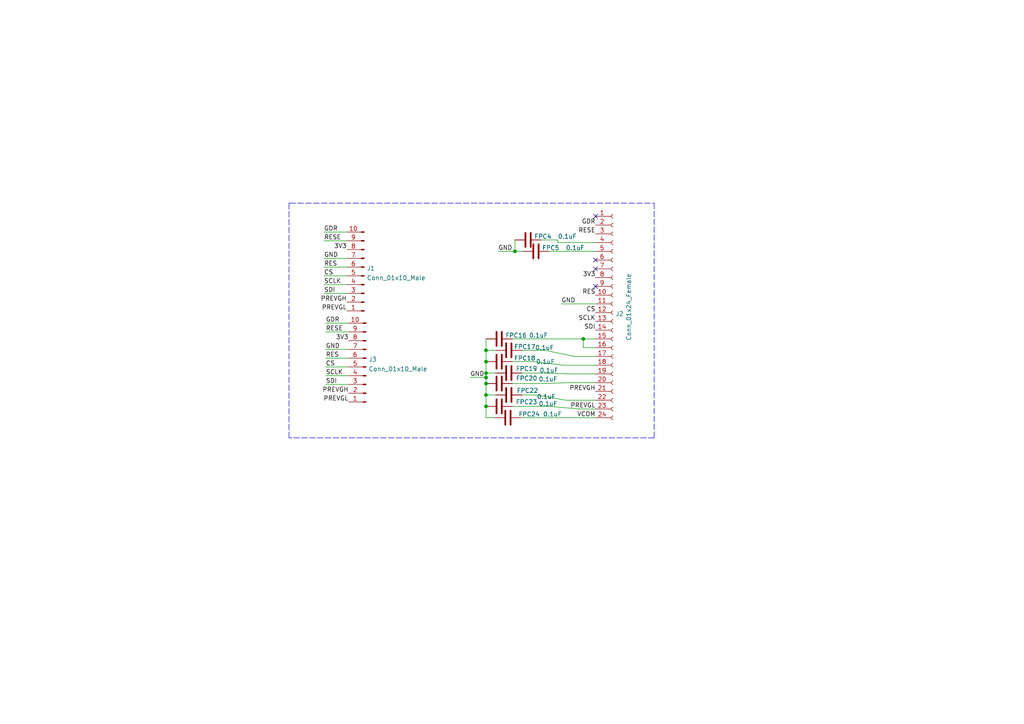
<source format=kicad_sch>
(kicad_sch (version 20211123) (generator eeschema)
  (paper "A4")
  (lib_symbols
    (symbol "Connector:Conn_01x10_Male" (pin_names (offset 1.016) hide)
      (property "Reference" "J" (at 0 12.7 0))
      (property "Value" "Conn_01x10_Male" (at 0 -15.24 0))
      (symbol "Conn_01x10_Male_1_1"
        (polyline (pts (xy 1.27 -12.7) (xy 0.8636 -12.7)) (stroke (width 0.1524)))
        (polyline (pts (xy 1.27 -10.16) (xy 0.8636 -10.16)) (stroke (width 0.1524)))
        (polyline (pts (xy 1.27 -7.62) (xy 0.8636 -7.62)) (stroke (width 0.1524)))
        (polyline (pts (xy 1.27 -5.08) (xy 0.8636 -5.08)) (stroke (width 0.1524)))
        (polyline (pts (xy 1.27 -2.54) (xy 0.8636 -2.54)) (stroke (width 0.1524)))
        (polyline (pts (xy 1.27 0) (xy 0.8636 0)) (stroke (width 0.1524)))
        (polyline (pts (xy 1.27 2.54) (xy 0.8636 2.54)) (stroke (width 0.1524)))
        (polyline (pts (xy 1.27 5.08) (xy 0.8636 5.08)) (stroke (width 0.1524)))
        (polyline (pts (xy 1.27 7.62) (xy 0.8636 7.62)) (stroke (width 0.1524)))
        (polyline (pts (xy 1.27 10.16) (xy 0.8636 10.16)) (stroke (width 0.1524)))
        (rectangle (start 0.8636 -12.573) (end 0 -12.827) (stroke (width 0.1524)) (fill (type outline)))
        (rectangle (start 0.8636 -10.033) (end 0 -10.287) (stroke (width 0.1524)) (fill (type outline)))
        (rectangle (start 0.8636 -7.493) (end 0 -7.747) (stroke (width 0.1524)) (fill (type outline)))
        (rectangle (start 0.8636 -4.953) (end 0 -5.207) (stroke (width 0.1524)) (fill (type outline)))
        (rectangle (start 0.8636 -2.413) (end 0 -2.667) (stroke (width 0.1524)) (fill (type outline)))
        (rectangle (start 0.8636 0.127) (end 0 -0.127) (stroke (width 0.1524)) (fill (type outline)))
        (rectangle (start 0.8636 2.667) (end 0 2.413) (stroke (width 0.1524)) (fill (type outline)))
        (rectangle (start 0.8636 5.207) (end 0 4.953) (stroke (width 0.1524)) (fill (type outline)))
        (rectangle (start 0.8636 7.747) (end 0 7.493) (stroke (width 0.1524)) (fill (type outline)))
        (rectangle (start 0.8636 10.287) (end 0 10.033) (stroke (width 0.1524)) (fill (type outline)))
        (pin passive line (at 5.08 10.16 180) (length 3.81) (name "Pin_1") (number "1"))
        (pin passive line (at 5.08 -12.7 180) (length 3.81) (name "Pin_10") (number "10"))
        (pin passive line (at 5.08 7.62 180) (length 3.81) (name "Pin_2") (number "2"))
        (pin passive line (at 5.08 5.08 180) (length 3.81) (name "Pin_3") (number "3"))
        (pin passive line (at 5.08 2.54 180) (length 3.81) (name "Pin_4") (number "4"))
        (pin passive line (at 5.08 0 180) (length 3.81) (name "Pin_5") (number "5"))
        (pin passive line (at 5.08 -2.54 180) (length 3.81) (name "Pin_6") (number "6"))
        (pin passive line (at 5.08 -5.08 180) (length 3.81) (name "Pin_7") (number "7"))
        (pin passive line (at 5.08 -7.62 180) (length 3.81) (name "Pin_8") (number "8"))
        (pin passive line (at 5.08 -10.16 180) (length 3.81) (name "Pin_9") (number "9"))
      )
    )
    (symbol "Connector:Conn_01x24_Female" (pin_names (offset 1.016) hide)
      (property "Reference" "J" (at 0 30.48 0))
      (property "Value" "Conn_01x24_Female" (at 0 -33.02 0))
      (symbol "Conn_01x24_Female_1_1"
        (arc (start 0 -29.972) (mid -0.508 -30.48) (end 0 -30.988) (stroke (width 0.1524)))
        (arc (start 0 -27.432) (mid -0.508 -27.94) (end 0 -28.448) (stroke (width 0.1524)))
        (arc (start 0 -24.892) (mid -0.508 -25.4) (end 0 -25.908) (stroke (width 0.1524)))
        (arc (start 0 -22.352) (mid -0.508 -22.86) (end 0 -23.368) (stroke (width 0.1524)))
        (arc (start 0 -19.812) (mid -0.508 -20.32) (end 0 -20.828) (stroke (width 0.1524)))
        (arc (start 0 -17.272) (mid -0.508 -17.78) (end 0 -18.288) (stroke (width 0.1524)))
        (arc (start 0 -14.732) (mid -0.508 -15.24) (end 0 -15.748) (stroke (width 0.1524)))
        (arc (start 0 -12.192) (mid -0.508 -12.7) (end 0 -13.208) (stroke (width 0.1524)))
        (arc (start 0 -9.652) (mid -0.508 -10.16) (end 0 -10.668) (stroke (width 0.1524)))
        (arc (start 0 -7.112) (mid -0.508 -7.62) (end 0 -8.128) (stroke (width 0.1524)))
        (arc (start 0 -4.572) (mid -0.508 -5.08) (end 0 -5.588) (stroke (width 0.1524)))
        (arc (start 0 -2.032) (mid -0.508 -2.54) (end 0 -3.048) (stroke (width 0.1524)))
        (polyline (pts (xy -1.27 -30.48) (xy -0.508 -30.48)) (stroke (width 0.1524)))
        (polyline (pts (xy -1.27 -27.94) (xy -0.508 -27.94)) (stroke (width 0.1524)))
        (polyline (pts (xy -1.27 -25.4) (xy -0.508 -25.4)) (stroke (width 0.1524)))
        (polyline (pts (xy -1.27 -22.86) (xy -0.508 -22.86)) (stroke (width 0.1524)))
        (polyline (pts (xy -1.27 -20.32) (xy -0.508 -20.32)) (stroke (width 0.1524)))
        (polyline (pts (xy -1.27 -17.78) (xy -0.508 -17.78)) (stroke (width 0.1524)))
        (polyline (pts (xy -1.27 -15.24) (xy -0.508 -15.24)) (stroke (width 0.1524)))
        (polyline (pts (xy -1.27 -12.7) (xy -0.508 -12.7)) (stroke (width 0.1524)))
        (polyline (pts (xy -1.27 -10.16) (xy -0.508 -10.16)) (stroke (width 0.1524)))
        (polyline (pts (xy -1.27 -7.62) (xy -0.508 -7.62)) (stroke (width 0.1524)))
        (polyline (pts (xy -1.27 -5.08) (xy -0.508 -5.08)) (stroke (width 0.1524)))
        (polyline (pts (xy -1.27 -2.54) (xy -0.508 -2.54)) (stroke (width 0.1524)))
        (polyline (pts (xy -1.27 0) (xy -0.508 0)) (stroke (width 0.1524)))
        (polyline (pts (xy -1.27 2.54) (xy -0.508 2.54)) (stroke (width 0.1524)))
        (polyline (pts (xy -1.27 5.08) (xy -0.508 5.08)) (stroke (width 0.1524)))
        (polyline (pts (xy -1.27 7.62) (xy -0.508 7.62)) (stroke (width 0.1524)))
        (polyline (pts (xy -1.27 10.16) (xy -0.508 10.16)) (stroke (width 0.1524)))
        (polyline (pts (xy -1.27 12.7) (xy -0.508 12.7)) (stroke (width 0.1524)))
        (polyline (pts (xy -1.27 15.24) (xy -0.508 15.24)) (stroke (width 0.1524)))
        (polyline (pts (xy -1.27 17.78) (xy -0.508 17.78)) (stroke (width 0.1524)))
        (polyline (pts (xy -1.27 20.32) (xy -0.508 20.32)) (stroke (width 0.1524)))
        (polyline (pts (xy -1.27 22.86) (xy -0.508 22.86)) (stroke (width 0.1524)))
        (polyline (pts (xy -1.27 25.4) (xy -0.508 25.4)) (stroke (width 0.1524)))
        (polyline (pts (xy -1.27 27.94) (xy -0.508 27.94)) (stroke (width 0.1524)))
        (arc (start 0 0.508) (mid -0.508 0) (end 0 -0.508) (stroke (width 0.1524)))
        (arc (start 0 3.048) (mid -0.508 2.54) (end 0 2.032) (stroke (width 0.1524)))
        (arc (start 0 5.588) (mid -0.508 5.08) (end 0 4.572) (stroke (width 0.1524)))
        (arc (start 0 8.128) (mid -0.508 7.62) (end 0 7.112) (stroke (width 0.1524)))
        (arc (start 0 10.668) (mid -0.508 10.16) (end 0 9.652) (stroke (width 0.1524)))
        (arc (start 0 13.208) (mid -0.508 12.7) (end 0 12.192) (stroke (width 0.1524)))
        (arc (start 0 15.748) (mid -0.508 15.24) (end 0 14.732) (stroke (width 0.1524)))
        (arc (start 0 18.288) (mid -0.508 17.78) (end 0 17.272) (stroke (width 0.1524)))
        (arc (start 0 20.828) (mid -0.508 20.32) (end 0 19.812) (stroke (width 0.1524)))
        (arc (start 0 23.368) (mid -0.508 22.86) (end 0 22.352) (stroke (width 0.1524)))
        (arc (start 0 25.908) (mid -0.508 25.4) (end 0 24.892) (stroke (width 0.1524)))
        (arc (start 0 28.448) (mid -0.508 27.94) (end 0 27.432) (stroke (width 0.1524)))
        (pin passive line (at -5.08 27.94 0) (length 3.81) (name "Pin_1") (number "1"))
        (pin passive line (at -5.08 5.08 0) (length 3.81) (name "Pin_10") (number "10"))
        (pin passive line (at -5.08 2.54 0) (length 3.81) (name "Pin_11") (number "11"))
        (pin passive line (at -5.08 0 0) (length 3.81) (name "Pin_12") (number "12"))
        (pin passive line (at -5.08 -2.54 0) (length 3.81) (name "Pin_13") (number "13"))
        (pin passive line (at -5.08 -5.08 0) (length 3.81) (name "Pin_14") (number "14"))
        (pin passive line (at -5.08 -7.62 0) (length 3.81) (name "Pin_15") (number "15"))
        (pin passive line (at -5.08 -10.16 0) (length 3.81) (name "Pin_16") (number "16"))
        (pin passive line (at -5.08 -12.7 0) (length 3.81) (name "Pin_17") (number "17"))
        (pin passive line (at -5.08 -15.24 0) (length 3.81) (name "Pin_18") (number "18"))
        (pin passive line (at -5.08 -17.78 0) (length 3.81) (name "Pin_19") (number "19"))
        (pin passive line (at -5.08 25.4 0) (length 3.81) (name "Pin_2") (number "2"))
        (pin passive line (at -5.08 -20.32 0) (length 3.81) (name "Pin_20") (number "20"))
        (pin passive line (at -5.08 -22.86 0) (length 3.81) (name "Pin_21") (number "21"))
        (pin passive line (at -5.08 -25.4 0) (length 3.81) (name "Pin_22") (number "22"))
        (pin passive line (at -5.08 -27.94 0) (length 3.81) (name "Pin_23") (number "23"))
        (pin passive line (at -5.08 -30.48 0) (length 3.81) (name "Pin_24") (number "24"))
        (pin passive line (at -5.08 22.86 0) (length 3.81) (name "Pin_3") (number "3"))
        (pin passive line (at -5.08 20.32 0) (length 3.81) (name "Pin_4") (number "4"))
        (pin passive line (at -5.08 17.78 0) (length 3.81) (name "Pin_5") (number "5"))
        (pin passive line (at -5.08 15.24 0) (length 3.81) (name "Pin_6") (number "6"))
        (pin passive line (at -5.08 12.7 0) (length 3.81) (name "Pin_7") (number "7"))
        (pin passive line (at -5.08 10.16 0) (length 3.81) (name "Pin_8") (number "8"))
        (pin passive line (at -5.08 7.62 0) (length 3.81) (name "Pin_9") (number "9"))
      )
    )
    (symbol "Device:C" (pin_numbers hide) (pin_names (offset 0.254))
      (property "Reference" "C" (at 0.635 2.54 0))
      (property "Value" "C" (at 0.635 -2.54 0))
      (symbol "C_0_1"
        (polyline (pts (xy -2.032 -0.762) (xy 2.032 -0.762)) (stroke (width 0.508)))
        (polyline (pts (xy -2.032 0.762) (xy 2.032 0.762)) (stroke (width 0.508)))
      )
      (symbol "C_1_1"
        (pin passive line (at 0 3.81 270) (length 2.794) (name "~") (number "1"))
        (pin passive line (at 0 -3.81 90) (length 2.794) (name "~") (number "2"))
      )
    )
  )
  (junction (at 140.97 114.554))
  (junction (at 140.97 104.902))
  (junction (at 140.97 109.474))
  (junction (at 140.97 108.204))
  (junction (at 169.164 98.298))
  (junction (at 140.97 117.856))
  (junction (at 140.97 101.6))
  (junction (at 140.97 111.252))
  (junction (at 149.352 72.898))
  (no_connect (at 172.72 83.058))
  (no_connect (at 172.72 62.738))
  (no_connect (at 172.72 75.438))
  (no_connect (at 172.72 77.978))
  (wire (pts (xy 140.97 101.6) (xy 143.764 101.6)))
  (wire (pts (xy 156.718 108.204) (xy 151.384 108.204)))
  (wire (pts (xy 93.98 77.47) (xy 100.584 77.47)))
  (wire (pts (xy 94.488 111.506) (xy 101.092 111.506)))
  (wire (pts (xy 157.988 101.6) (xy 151.384 101.6)))
  (wire (pts (xy 94.488 93.726) (xy 101.092 93.726)))
  (wire (pts (xy 143.764 114.554) (xy 140.97 114.554)))
  (wire (pts (xy 155.448 114.554) (xy 151.384 114.554)))
  (wire (pts (xy 172.72 116.078) (xy 164.084 116.078)))
  (wire (pts (xy 93.98 74.93) (xy 100.584 74.93)))
  (polyline (pts (xy 83.82 127) (xy 83.82 58.928)))
  (wire (pts (xy 94.488 108.966) (xy 101.092 108.966)))
  (wire (pts (xy 149.352 72.898) (xy 149.352 69.596)))
  (wire (pts (xy 151.13 121.158) (xy 172.72 121.158)))
  (wire (pts (xy 93.98 85.09) (xy 100.584 85.09)))
  (wire (pts (xy 140.97 108.204) (xy 140.97 104.902)))
  (wire (pts (xy 140.97 114.554) (xy 140.97 117.856)))
  (wire (pts (xy 140.97 121.158) (xy 140.97 117.856)))
  (wire (pts (xy 151.638 72.898) (xy 149.352 72.898)))
  (wire (pts (xy 140.97 109.474) (xy 140.97 108.204)))
  (wire (pts (xy 167.894 118.618) (xy 159.258 117.856)))
  (wire (pts (xy 164.084 116.078) (xy 155.448 114.554)))
  (wire (pts (xy 165.354 108.458) (xy 156.718 108.204)))
  (wire (pts (xy 93.98 82.55) (xy 100.584 82.55)))
  (wire (pts (xy 93.98 69.85) (xy 100.584 69.85)))
  (wire (pts (xy 156.21 111.252) (xy 148.59 111.252)))
  (wire (pts (xy 159.258 72.898) (xy 172.72 72.898)))
  (wire (pts (xy 148.59 98.298) (xy 169.164 98.298)))
  (wire (pts (xy 169.164 98.298) (xy 172.72 98.298)))
  (wire (pts (xy 159.258 117.856) (xy 148.59 117.856)))
  (polyline (pts (xy 83.82 58.928) (xy 84.074 58.928)))
  (wire (pts (xy 140.97 101.6) (xy 140.97 98.298)))
  (wire (pts (xy 140.97 111.252) (xy 140.97 114.554)))
  (wire (pts (xy 154.686 104.902) (xy 148.59 104.902)))
  (wire (pts (xy 94.488 96.266) (xy 101.092 96.266)))
  (wire (pts (xy 164.846 110.998) (xy 172.72 110.998)))
  (wire (pts (xy 164.846 110.998) (xy 156.21 111.252)))
  (wire (pts (xy 166.624 103.378) (xy 157.988 101.6)))
  (wire (pts (xy 94.488 103.886) (xy 101.092 103.886)))
  (polyline (pts (xy 189.738 58.928) (xy 189.738 127)))
  (wire (pts (xy 93.98 80.01) (xy 100.584 80.01)))
  (wire (pts (xy 140.97 108.204) (xy 143.764 108.204)))
  (wire (pts (xy 94.488 101.346) (xy 101.092 101.346)))
  (wire (pts (xy 144.526 72.898) (xy 149.352 72.898)))
  (wire (pts (xy 140.97 109.474) (xy 136.398 109.474)))
  (wire (pts (xy 172.72 70.358) (xy 161.798 70.358)))
  (wire (pts (xy 165.354 108.458) (xy 172.72 108.458)))
  (wire (pts (xy 172.72 118.618) (xy 167.894 118.618)))
  (wire (pts (xy 163.322 105.918) (xy 154.686 104.902)))
  (wire (pts (xy 161.798 69.596) (xy 156.972 69.596)))
  (wire (pts (xy 162.814 88.138) (xy 172.72 88.138)))
  (wire (pts (xy 163.322 105.918) (xy 172.72 105.918)))
  (wire (pts (xy 93.98 67.31) (xy 100.584 67.31)))
  (wire (pts (xy 169.164 100.838) (xy 172.72 100.838)))
  (wire (pts (xy 169.164 98.298) (xy 169.164 100.838)))
  (wire (pts (xy 140.97 104.902) (xy 140.97 101.6)))
  (polyline (pts (xy 84.074 58.928) (xy 189.738 58.928)))
  (polyline (pts (xy 189.738 127) (xy 83.82 127)))
  (wire (pts (xy 140.97 111.252) (xy 140.97 109.474)))
  (wire (pts (xy 166.624 103.378) (xy 172.72 103.378)))
  (wire (pts (xy 161.798 70.358) (xy 161.798 69.596)))
  (wire (pts (xy 94.488 106.426) (xy 101.092 106.426)))
  (wire (pts (xy 143.51 121.158) (xy 140.97 121.158)))
  (label "3V3" (at 100.584 72.39 180))
  (label "RESE" (at 93.98 69.85 0))
  (label "PREVGL" (at 100.584 90.17 180))
  (label "PREVGH" (at 101.092 114.046 180))
  (label "CS" (at 172.72 90.678 180))
  (label "3V3" (at 172.72 80.518 180))
  (label "CS" (at 93.98 80.01 0))
  (label "GDR" (at 94.488 93.726 0))
  (label "RES" (at 93.98 77.47 0))
  (label "PREVGL" (at 172.72 118.618 180))
  (label "PREVGH" (at 100.584 87.63 180))
  (label "GND" (at 94.488 101.346 0))
  (label "3V3" (at 101.092 98.806 180))
  (label "SDI" (at 93.98 85.09 0))
  (label "GDR" (at 172.72 65.278 180))
  (label "SDI" (at 94.488 111.506 0))
  (label "RES" (at 172.72 85.598 180))
  (label "GND" (at 162.814 88.138 0))
  (label "GND" (at 136.398 109.474 0))
  (label "PREVGL" (at 101.092 116.586 180))
  (label "PREVGH" (at 172.72 113.538 180))
  (label "SCLK" (at 93.98 82.55 0))
  (label "SCLK" (at 172.72 93.218 180))
  (label "RESE" (at 172.72 67.818 180))
  (label "SDI" (at 172.72 95.758 180))
  (label "GND" (at 93.98 74.93 0))
  (label "SCLK" (at 94.488 108.966 0))
  (label "CS" (at 94.488 106.426 0))
  (label "GND" (at 144.526 72.898 0))
  (label "VCOM" (at 172.72 121.158 180))
  (label "RES" (at 94.488 103.886 0))
  (label "GDR" (at 93.98 67.31 0))
  (label "RESE" (at 94.488 96.266 0))
  (symbol (lib_id "Device:C") (at 144.78 104.902 270) (unit 1)
    (property "Reference" "FPC18" (at 149.098 103.886 90) (effects (justify left)))
    (property "Value" "0.1uF" (at 155.448 104.902 90) (effects (justify left)))
    (property "Footprint" "Capacitor_SMD:C_1206_3216MetricTrue" (effects hide))
  )
  (symbol (lib_id "Device:C") (at 147.574 101.6 270) (unit 1)
    (property "Reference" "FPC17" (at 149.098 100.584 90) (effects (justify left)))
    (property "Value" "0.1uF" (at 155.194 100.838 90) (effects (justify left)))
    (property "Footprint" "Capacitor_SMD:C_1206_3216MetricTrue" (effects hide))
  )
  (symbol (lib_id "Device:C") (at 155.448 72.898 270) (unit 1)
    (property "Reference" "FPC5" (at 157.226 71.882 90) (effects (justify left)))
    (property "Value" "0.1uF" (at 164.084 71.882 90) (effects (justify left)))
    (property "Footprint" "Capacitor_SMD:C_1206_3216MetricTrue" (effects hide))
  )
  (symbol (lib_id "Device:C") (at 144.78 117.856 270) (unit 1)
    (property "Reference" "FPC23" (at 149.606 116.586 90) (effects (justify left)))
    (property "Value" "0.1uF" (at 156.21 117.094 90) (effects (justify left)))
    (property "Footprint" "Capacitor_SMD:C_1206_3216MetricTrue" (effects hide))
  )
  (symbol (lib_id "Device:C") (at 153.162 69.596 270) (unit 1)
    (property "Reference" "FPC4" (at 154.94 68.58 90) (effects (justify left)))
    (property "Value" "0.1uF" (at 161.798 68.58 90) (effects (justify left)))
    (property "Footprint" "Capacitor_SMD:C_1206_3216MetricTrue" (effects hide))
  )
  (symbol (lib_id "Device:C") (at 144.78 98.298 270) (unit 1)
    (property "Reference" "FPC16" (at 146.558 97.282 90) (effects (justify left)))
    (property "Value" "0.1uF" (at 153.416 97.282 90) (effects (justify left)))
    (property "Footprint" "Capacitor_SMD:C_1206_3216MetricTrue" (effects hide))
  )
  (symbol (lib_id "Device:C") (at 144.78 111.252 270) (unit 1)
    (property "Reference" "FPC20" (at 149.606 109.728 90) (effects (justify left)))
    (property "Value" "0.1uF" (at 156.21 109.982 90) (effects (justify left)))
    (property "Footprint" "Capacitor_SMD:C_1206_3216MetricTrue" (effects hide))
  )
  (symbol (lib_id "Connector:Conn_01x24_Female") (at 177.8 90.678 0) (unit 1)
    (property "Reference" "J2" (at 178.5112 91.0395 0) (effects (justify left)))
    (property "Value" "Conn_01x24_Female" (at 182.372 98.806 90) (effects (justify left)))
    (property "Footprint" "Connector_FFC-FPC:Hirose_FH12-24S-0.5SH_1x24-1MP_P0.50mm_Horizontal" (effects hide))
  )
  (symbol (lib_id "Connector:Conn_01x10_Male") (at 105.664 80.01 180) (unit 1)
    (property "Reference" "J1" (at 106.3752 77.8315 0) (effects (justify right)))
    (property "Value" "Conn_01x10_Male" (at 106.3752 80.6066 0) (effects (justify right)))
    (property "Footprint" "Connector_PinSocket_2.54mm:PinSocket_1x10_P2.54mm_Horizontal" (effects hide))
  )
  (symbol (lib_id "Device:C") (at 147.574 108.204 270) (unit 1)
    (property "Reference" "FPC19" (at 149.606 106.934 90) (effects (justify left)))
    (property "Value" "0.1uF" (at 156.464 107.442 90) (effects (justify left)))
    (property "Footprint" "Capacitor_SMD:C_1206_3216MetricTrue" (effects hide))
  )
  (symbol (lib_id "Device:C") (at 147.32 121.158 270) (unit 1)
    (property "Reference" "FPC24" (at 150.368 120.142 90) (effects (justify left)))
    (property "Value" "0.1uF" (at 157.48 120.142 90) (effects (justify left)))
    (property "Footprint" "Capacitor_SMD:C_1206_3216MetricTrue" (effects hide))
  )
  (symbol (lib_id "Device:C") (at 147.574 114.554 270) (unit 1)
    (property "Reference" "FPC22" (at 149.86 113.284 90) (effects (justify left)))
    (property "Value" "0.1uF" (at 155.702 115.062 90) (effects (justify left)))
    (property "Footprint" "Capacitor_SMD:C_1206_3216MetricTrue" (effects hide))
  )
  (symbol (lib_id "Connector:Conn_01x10_Male") (at 106.172 106.426 180) (unit 1)
    (property "Reference" "J3" (at 106.8832 104.2475 0) (effects (justify right)))
    (property "Value" "Conn_01x10_Male" (at 106.8832 107.0226 0) (effects (justify right)))
    (property "Footprint" "Connector_FFC-FPC:Hirose_FH12-10S-0.5SH_1x10-1MP_P0.50mm_Horizontal" (effects hide))
  )
)
</source>
